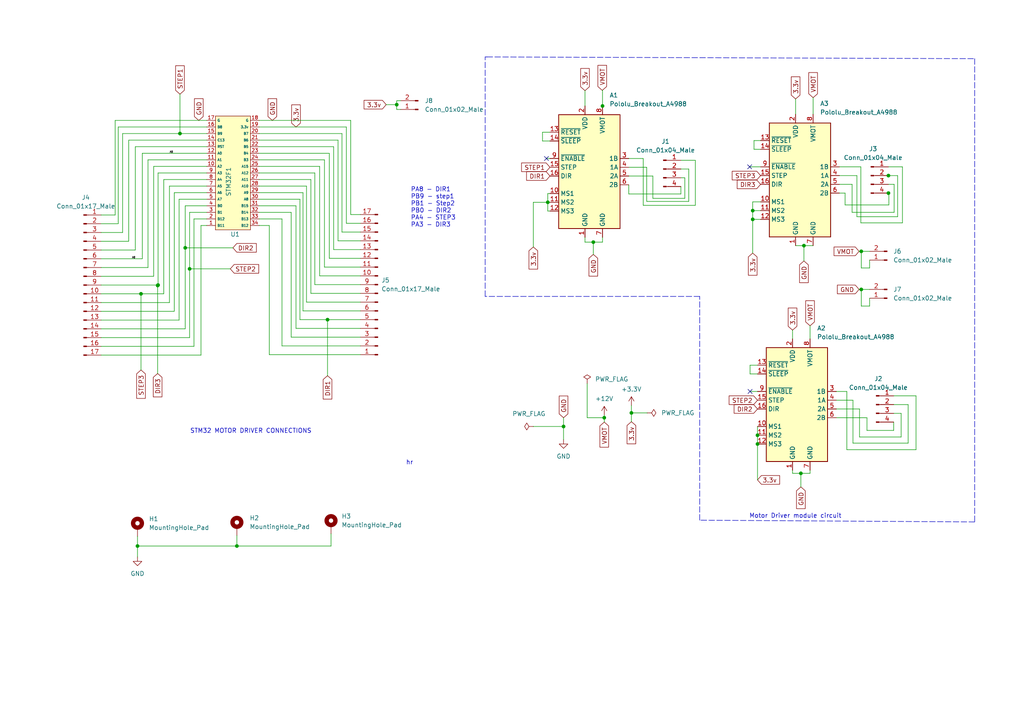
<source format=kicad_sch>
(kicad_sch (version 20211123) (generator eeschema)
  (paper "A4")
  (title_block (title "Arm Robot") (date "2023-11-07") (rev "V1.1") (comment 1 "Designed by Vamsi Krishna"))
  (lib_symbols
    (symbol "Connector:Conn_01x02_Male" (pin_names (offset 1.016) hide)
      (property "Reference" "J" (at 0 2.54 0))
      (property "Value" "Conn_01x02_Male" (at 0 -5.08 0))
      (symbol "Conn_01x02_Male_1_1"
        (polyline (pts (xy 1.27 -2.54) (xy 0.8636 -2.54)) (stroke (width 0.1524)))
        (polyline (pts (xy 1.27 0) (xy 0.8636 0)) (stroke (width 0.1524)))
        (rectangle (start 0.8636 -2.413) (end 0 -2.667) (stroke (width 0.1524)) (fill (type outline)))
        (rectangle (start 0.8636 0.127) (end 0 -0.127) (stroke (width 0.1524)) (fill (type outline)))
        (pin passive line (at 5.08 0 180) (length 3.81) (name "Pin_1") (number "1"))
        (pin passive line (at 5.08 -2.54 180) (length 3.81) (name "Pin_2") (number "2"))
      )
    )
    (symbol "Connector:Conn_01x04_Male" (pin_names (offset 1.016) hide)
      (property "Reference" "J" (at 0 5.08 0))
      (property "Value" "Conn_01x04_Male" (at 0 -7.62 0))
      (symbol "Conn_01x04_Male_1_1"
        (polyline (pts (xy 1.27 -5.08) (xy 0.8636 -5.08)) (stroke (width 0.1524)))
        (polyline (pts (xy 1.27 -2.54) (xy 0.8636 -2.54)) (stroke (width 0.1524)))
        (polyline (pts (xy 1.27 0) (xy 0.8636 0)) (stroke (width 0.1524)))
        (polyline (pts (xy 1.27 2.54) (xy 0.8636 2.54)) (stroke (width 0.1524)))
        (rectangle (start 0.8636 -4.953) (end 0 -5.207) (stroke (width 0.1524)) (fill (type outline)))
        (rectangle (start 0.8636 -2.413) (end 0 -2.667) (stroke (width 0.1524)) (fill (type outline)))
        (rectangle (start 0.8636 0.127) (end 0 -0.127) (stroke (width 0.1524)) (fill (type outline)))
        (rectangle (start 0.8636 2.667) (end 0 2.413) (stroke (width 0.1524)) (fill (type outline)))
        (pin passive line (at 5.08 2.54 180) (length 3.81) (name "Pin_1") (number "1"))
        (pin passive line (at 5.08 0 180) (length 3.81) (name "Pin_2") (number "2"))
        (pin passive line (at 5.08 -2.54 180) (length 3.81) (name "Pin_3") (number "3"))
        (pin passive line (at 5.08 -5.08 180) (length 3.81) (name "Pin_4") (number "4"))
      )
    )
    (symbol "Connector:Conn_01x17_Male" (pin_names (offset 1.016) hide)
      (property "Reference" "J" (at 0 22.86 0))
      (property "Value" "Conn_01x17_Male" (at 0 -22.86 0))
      (symbol "Conn_01x17_Male_1_1"
        (polyline (pts (xy 1.27 -20.32) (xy 0.8636 -20.32)) (stroke (width 0.1524)))
        (polyline (pts (xy 1.27 -17.78) (xy 0.8636 -17.78)) (stroke (width 0.1524)))
        (polyline (pts (xy 1.27 -15.24) (xy 0.8636 -15.24)) (stroke (width 0.1524)))
        (polyline (pts (xy 1.27 -12.7) (xy 0.8636 -12.7)) (stroke (width 0.1524)))
        (polyline (pts (xy 1.27 -10.16) (xy 0.8636 -10.16)) (stroke (width 0.1524)))
        (polyline (pts (xy 1.27 -7.62) (xy 0.8636 -7.62)) (stroke (width 0.1524)))
        (polyline (pts (xy 1.27 -5.08) (xy 0.8636 -5.08)) (stroke (width 0.1524)))
        (polyline (pts (xy 1.27 -2.54) (xy 0.8636 -2.54)) (stroke (width 0.1524)))
        (polyline (pts (xy 1.27 0) (xy 0.8636 0)) (stroke (width 0.1524)))
        (polyline (pts (xy 1.27 2.54) (xy 0.8636 2.54)) (stroke (width 0.1524)))
        (polyline (pts (xy 1.27 5.08) (xy 0.8636 5.08)) (stroke (width 0.1524)))
        (polyline (pts (xy 1.27 7.62) (xy 0.8636 7.62)) (stroke (width 0.1524)))
        (polyline (pts (xy 1.27 10.16) (xy 0.8636 10.16)) (stroke (width 0.1524)))
        (polyline (pts (xy 1.27 12.7) (xy 0.8636 12.7)) (stroke (width 0.1524)))
        (polyline (pts (xy 1.27 15.24) (xy 0.8636 15.24)) (stroke (width 0.1524)))
        (polyline (pts (xy 1.27 17.78) (xy 0.8636 17.78)) (stroke (width 0.1524)))
        (polyline (pts (xy 1.27 20.32) (xy 0.8636 20.32)) (stroke (width 0.1524)))
        (rectangle (start 0.8636 -20.193) (end 0 -20.447) (stroke (width 0.1524)) (fill (type outline)))
        (rectangle (start 0.8636 -17.653) (end 0 -17.907) (stroke (width 0.1524)) (fill (type outline)))
        (rectangle (start 0.8636 -15.113) (end 0 -15.367) (stroke (width 0.1524)) (fill (type outline)))
        (rectangle (start 0.8636 -12.573) (end 0 -12.827) (stroke (width 0.1524)) (fill (type outline)))
        (rectangle (start 0.8636 -10.033) (end 0 -10.287) (stroke (width 0.1524)) (fill (type outline)))
        (rectangle (start 0.8636 -7.493) (end 0 -7.747) (stroke (width 0.1524)) (fill (type outline)))
        (rectangle (start 0.8636 -4.953) (end 0 -5.207) (stroke (width 0.1524)) (fill (type outline)))
        (rectangle (start 0.8636 -2.413) (end 0 -2.667) (stroke (width 0.1524)) (fill (type outline)))
        (rectangle (start 0.8636 0.127) (end 0 -0.127) (stroke (width 0.1524)) (fill (type outline)))
        (rectangle (start 0.8636 2.667) (end 0 2.413) (stroke (width 0.1524)) (fill (type outline)))
        (rectangle (start 0.8636 5.207) (end 0 4.953) (stroke (width 0.1524)) (fill (type outline)))
        (rectangle (start 0.8636 7.747) (end 0 7.493) (stroke (width 0.1524)) (fill (type outline)))
        (rectangle (start 0.8636 10.287) (end 0 10.033) (stroke (width 0.1524)) (fill (type outline)))
        (rectangle (start 0.8636 12.827) (end 0 12.573) (stroke (width 0.1524)) (fill (type outline)))
        (rectangle (start 0.8636 15.367) (end 0 15.113) (stroke (width 0.1524)) (fill (type outline)))
        (rectangle (start 0.8636 17.907) (end 0 17.653) (stroke (width 0.1524)) (fill (type outline)))
        (rectangle (start 0.8636 20.447) (end 0 20.193) (stroke (width 0.1524)) (fill (type outline)))
        (pin passive line (at 5.08 20.32 180) (length 3.81) (name "Pin_1") (number "1"))
        (pin passive line (at 5.08 -2.54 180) (length 3.81) (name "Pin_10") (number "10"))
        (pin passive line (at 5.08 -5.08 180) (length 3.81) (name "Pin_11") (number "11"))
        (pin passive line (at 5.08 -7.62 180) (length 3.81) (name "Pin_12") (number "12"))
        (pin passive line (at 5.08 -10.16 180) (length 3.81) (name "Pin_13") (number "13"))
        (pin passive line (at 5.08 -12.7 180) (length 3.81) (name "Pin_14") (number "14"))
        (pin passive line (at 5.08 -15.24 180) (length 3.81) (name "Pin_15") (number "15"))
        (pin passive line (at 5.08 -17.78 180) (length 3.81) (name "Pin_16") (number "16"))
        (pin passive line (at 5.08 -20.32 180) (length 3.81) (name "Pin_17") (number "17"))
        (pin passive line (at 5.08 17.78 180) (length 3.81) (name "Pin_2") (number "2"))
        (pin passive line (at 5.08 15.24 180) (length 3.81) (name "Pin_3") (number "3"))
        (pin passive line (at 5.08 12.7 180) (length 3.81) (name "Pin_4") (number "4"))
        (pin passive line (at 5.08 10.16 180) (length 3.81) (name "Pin_5") (number "5"))
        (pin passive line (at 5.08 7.62 180) (length 3.81) (name "Pin_6") (number "6"))
        (pin passive line (at 5.08 5.08 180) (length 3.81) (name "Pin_7") (number "7"))
        (pin passive line (at 5.08 2.54 180) (length 3.81) (name "Pin_8") (number "8"))
        (pin passive line (at 5.08 0 180) (length 3.81) (name "Pin_9") (number "9"))
      )
    )
    (symbol "Driver_Motor:Pololu_Breakout_A4988"
      (property "Reference" "A1" (at 7.0994 20.9042 0))
      (property "Value" "Pololu_Breakout_A4988" (at 7.0994 18.3642 0))
      (symbol "Pololu_Breakout_A4988_0_1"
        (rectangle (start 10.16 -17.78) (end -7.62 15.24) (stroke (width 0.254)) (fill (type background)))
      )
      (symbol "Pololu_Breakout_A4988_1_1"
        (pin power_in line (at 0 -20.32 90) (length 2.54) (name "GND") (number "1"))
        (pin input line (at -10.16 -7.62 0) (length 2.54) (name "MS1") (number "10"))
        (pin input line (at -10.16 -10.16 0) (length 2.54) (name "MS2") (number "11"))
        (pin input line (at -10.16 -12.7 0) (length 2.54) (name "MS3") (number "12"))
        (pin bidirectional line (at -10.16 10.16 0) (length 2.54) (name "~{RESET}") (number "13"))
        (pin bidirectional line (at -10.16 7.62 0) (length 2.54) (name "~{SLEEP}") (number "14"))
        (pin input line (at -10.16 0 0) (length 2.54) (name "STEP") (number "15"))
        (pin input line (at -10.16 -2.54 0) (length 2.54) (name "DIR") (number "16"))
        (pin power_in line (at 0 17.78 270) (length 2.54) (name "VDD") (number "2"))
        (pin output line (at 12.7 2.54 180) (length 2.54) (name "1B") (number "3"))
        (pin output line (at 12.7 0 180) (length 2.54) (name "1A") (number "4"))
        (pin output line (at 12.7 -2.54 180) (length 2.54) (name "2A") (number "5"))
        (pin output line (at 12.7 -5.08 180) (length 2.54) (name "2B") (number "6"))
        (pin power_in line (at 5.08 -20.32 90) (length 2.54) (name "GND") (number "7"))
        (pin power_in line (at 5.08 17.78 270) (length 2.54) (name "VMOT") (number "8"))
        (pin input line (at -10.16 2.54 0) (length 2.54) (name "~{ENABLE}") (number "9"))
      )
    )
    (symbol "Mechanical:MountingHole_Pad" (pin_numbers hide) (pin_names (offset 1.016) hide)
      (property "Reference" "H" (at 0 6.35 0))
      (property "Value" "MountingHole_Pad" (at 0 4.445 0))
      (symbol "MountingHole_Pad_0_1"
        (circle (center 0 1.27) (radius 1.27) (stroke (width 1.27)))
      )
      (symbol "MountingHole_Pad_1_1"
        (pin input line (at 0 -2.54 90) (length 2.54) (name "1") (number "1"))
      )
    )
    (symbol "Pololu_Breakout_A4988_1"
      (property "Reference" "A2" (at 7.0994 20.9042 0))
      (property "Value" "Pololu_Breakout_A4988_1" (at 7.0994 18.3642 0))
      (symbol "Pololu_Breakout_A4988_1_0_1"
        (rectangle (start 10.16 -17.78) (end -7.62 15.24) (stroke (width 0.254)) (fill (type background)))
      )
      (symbol "Pololu_Breakout_A4988_1_1_1"
        (pin power_in line (at 0 -20.32 90) (length 2.54) (name "GND") (number "1"))
        (pin input line (at -10.16 -7.62 0) (length 2.54) (name "MS1") (number "10"))
        (pin input line (at -10.16 -10.16 0) (length 2.54) (name "MS2") (number "11"))
        (pin input line (at -10.16 -12.7 0) (length 2.54) (name "MS3") (number "12"))
        (pin bidirectional line (at -10.16 10.16 0) (length 2.54) (name "~{RESET}") (number "13"))
        (pin bidirectional line (at -10.16 7.62 0) (length 2.54) (name "~{SLEEP}") (number "14"))
        (pin input line (at -10.16 0 0) (length 2.54) (name "STEP") (number "15"))
        (pin input line (at -10.16 -2.54 0) (length 2.54) (name "DIR") (number "16"))
        (pin power_in line (at 0 17.78 270) (length 2.54) (name "VDD") (number "2"))
        (pin output line (at 12.7 2.54 180) (length 2.54) (name "1B") (number "3"))
        (pin output line (at 12.7 0 180) (length 2.54) (name "1A") (number "4"))
        (pin output line (at 12.7 -2.54 180) (length 2.54) (name "2A") (number "5"))
        (pin output line (at 12.7 -5.08 180) (length 2.54) (name "2B") (number "6"))
        (pin power_in line (at 5.08 -20.32 90) (length 2.54) (name "GND") (number "7"))
        (pin power_in line (at 5.08 17.78 270) (length 2.54) (name "VMOT") (number "8"))
        (pin input line (at -10.16 2.54 0) (length 2.54) (name "~{ENABLE}") (number "9"))
      )
    )
    (symbol "Pololu_Breakout_A4988_2"
      (property "Reference" "A3" (at 7.0994 20.9042 0))
      (property "Value" "Pololu_Breakout_A4988_2" (at 7.0994 18.3642 0))
      (symbol "Pololu_Breakout_A4988_2_0_1"
        (rectangle (start 10.16 -17.78) (end -7.62 15.24) (stroke (width 0.254)) (fill (type background)))
      )
      (symbol "Pololu_Breakout_A4988_2_1_1"
        (pin power_in line (at 0 -20.32 90) (length 2.54) (name "GND") (number "1"))
        (pin input line (at -10.16 -7.62 0) (length 2.54) (name "MS1") (number "10"))
        (pin input line (at -10.16 -10.16 0) (length 2.54) (name "MS2") (number "11"))
        (pin input line (at -10.16 -12.7 0) (length 2.54) (name "MS3") (number "12"))
        (pin bidirectional line (at -10.16 10.16 0) (length 2.54) (name "~{RESET}") (number "13"))
        (pin bidirectional line (at -10.16 7.62 0) (length 2.54) (name "~{SLEEP}") (number "14"))
        (pin input line (at -10.16 0 0) (length 2.54) (name "STEP") (number "15"))
        (pin input line (at -10.16 -2.54 0) (length 2.54) (name "DIR") (number "16"))
        (pin power_in line (at 0 17.78 270) (length 2.54) (name "VDD") (number "2"))
        (pin output line (at 12.7 2.54 180) (length 2.54) (name "1B") (number "3"))
        (pin output line (at 12.7 0 180) (length 2.54) (name "1A") (number "4"))
        (pin output line (at 12.7 -2.54 180) (length 2.54) (name "2A") (number "5"))
        (pin output line (at 12.7 -5.08 180) (length 2.54) (name "2B") (number "6"))
        (pin power_in line (at 5.08 -20.32 90) (length 2.54) (name "GND") (number "7"))
        (pin power_in line (at 5.08 17.78 270) (length 2.54) (name "VMOT") (number "8"))
        (pin input line (at -10.16 2.54 0) (length 2.54) (name "~{ENABLE}") (number "9"))
      )
    )
    (symbol "Vamsi:STM32F1"
      (property "Reference" "U1" (at -12.7 -0.635 90))
      (property "Value" "STM32F1" (at 2.54 1.27 0))
      (symbol "STM32F1_0_1"
        (rectangle (start -11.43 5.08) (end 21.59 -5.08) (fill (type background)))
      )
      (symbol "STM32F1_1_1"
        (pin bidirectional line (at -10.16 7.62 270) (length 2.54) (name "B11") (number "1"))
        (pin bidirectional line (at 6.985 7.62 270) (length 2.54) (name "A2") (number "10"))
        (pin bidirectional line (at 8.89 7.62 270) (length 2.54) (name "A1") (number "11"))
        (pin bidirectional line (at 10.795 7.62 270) (length 2.54) (name "A0") (number "12"))
        (pin bidirectional line (at 12.7 7.62 270) (length 2.54) (name "RST") (number "13"))
        (pin bidirectional line (at 14.605 7.62 270) (length 2.54) (name "C13") (number "14"))
        (pin bidirectional line (at 16.51 7.62 270) (length 2.54) (name "B9") (number "15"))
        (pin bidirectional line (at 18.415 7.62 270) (length 2.54) (name "B8") (number "16"))
        (pin power_in line (at 20.32 7.62 270) (length 2.54) (name "G") (number "17"))
        (pin power_in line (at 20.32 -7.62 90) (length 2.54) (name "G") (number "18"))
        (pin power_in line (at 18.415 -7.62 90) (length 2.54) (name "3.3v") (number "19"))
        (pin bidirectional line (at -8.255 7.62 270) (length 2.54) (name "B12") (number "2"))
        (pin bidirectional line (at 16.51 -7.62 90) (length 2.54) (name "B7") (number "20"))
        (pin bidirectional line (at 14.605 -7.62 90) (length 2.54) (name "B6") (number "21"))
        (pin bidirectional line (at 12.7 -7.62 90) (length 2.54) (name "B5") (number "22"))
        (pin bidirectional line (at 10.795 -7.62 90) (length 2.54) (name "B4") (number "23"))
        (pin bidirectional line (at 8.89 -7.62 90) (length 2.54) (name "B3") (number "24"))
        (pin bidirectional line (at 6.985 -7.62 90) (length 2.54) (name "A15") (number "25"))
        (pin bidirectional line (at 5.08 -7.62 90) (length 2.54) (name "A12") (number "26"))
        (pin bidirectional line (at 3.175 -7.62 90) (length 2.54) (name "A11") (number "27"))
        (pin bidirectional line (at 1.27 -7.62 90) (length 2.54) (name "A10") (number "28"))
        (pin bidirectional line (at -0.635 -7.62 90) (length 2.54) (name "A9") (number "29"))
        (pin bidirectional line (at -6.35 7.62 270) (length 2.54) (name "B1") (number "3"))
        (pin bidirectional line (at -2.54 -7.62 90) (length 2.54) (name "A8") (number "30"))
        (pin bidirectional line (at -4.445 -7.62 90) (length 2.54) (name "B15") (number "31"))
        (pin bidirectional line (at -6.35 -7.62 90) (length 2.54) (name "B14") (number "32"))
        (pin bidirectional line (at -8.255 -7.62 90) (length 2.54) (name "B13") (number "33"))
        (pin bidirectional line (at -10.16 -7.62 90) (length 2.54) (name "B12") (number "34"))
        (pin bidirectional line (at -4.445 7.62 270) (length 2.54) (name "B0") (number "4"))
        (pin bidirectional line (at -2.54 7.62 270) (length 2.54) (name "A7") (number "5"))
        (pin bidirectional line (at -0.635 7.62 270) (length 2.54) (name "A6") (number "6"))
        (pin bidirectional line (at 1.27 7.62 270) (length 2.54) (name "A5") (number "7"))
        (pin bidirectional line (at 3.175 7.62 270) (length 2.54) (name "A4") (number "8"))
        (pin bidirectional line (at 5.08 7.62 270) (length 2.54) (name "A3") (number "9"))
      )
    )
    (symbol "power:+12V" (power) (pin_names (offset 0))
      (property "Value" "+12V" (at 0 3.556 0))
      (symbol "+12V_0_1"
        (polyline (pts (xy -0.762 1.27) (xy 0 2.54)))
        (polyline (pts (xy 0 0) (xy 0 2.54)))
        (polyline (pts (xy 0 2.54) (xy 0.762 1.27)))
      )
      (symbol "+12V_1_1"
        (pin power_in line (at 0 0 90) (length 0) hide (name "+12V") (number "1"))
      )
    )
    (symbol "power:+3.3V" (power) (pin_names (offset 0))
      (property "Value" "+3.3V" (at 0 3.556 0))
      (symbol "+3.3V_0_1"
        (polyline (pts (xy -0.762 1.27) (xy 0 2.54)))
        (polyline (pts (xy 0 0) (xy 0 2.54)))
        (polyline (pts (xy 0 2.54) (xy 0.762 1.27)))
      )
      (symbol "+3.3V_1_1"
        (pin power_in line (at 0 0 90) (length 0) hide (name "+3.3V") (number "1"))
      )
    )
    (symbol "power:GND" (power) (pin_names (offset 0))
      (property "Value" "GND" (at 0 -3.81 0))
      (symbol "GND_0_1"
        (polyline (pts (xy 0 0) (xy 0 -1.27) (xy 1.27 -1.27) (xy 0 -2.54) (xy -1.27 -1.27) (xy 0 -1.27)))
      )
      (symbol "GND_1_1"
        (pin power_in line (at 0 0 270) (length 0) hide (name "GND") (number "1"))
      )
    )
    (symbol "power:PWR_FLAG" (power) (pin_numbers hide) (pin_names (offset 0) hide)
      (property "Value" "PWR_FLAG" (at 0 3.81 0))
      (symbol "PWR_FLAG_0_0"
        (pin power_out line (at 0 0 90) (length 0) (name "pwr") (number "1"))
      )
      (symbol "PWR_FLAG_0_1"
        (polyline (pts (xy 0 0) (xy 0 1.27) (xy -1.016 1.905) (xy 0 2.54) (xy 1.016 1.905) (xy 0 1.27)))
      )
    )
  )
  (junction (at 53.721 71.882))
  (junction (at 45.72 82.804))
  (junction (at 39.878 158.369))
  (junction (at 219.71 126.238))
  (junction (at 172.085 70.231))
  (junction (at 115.062 30.353))
  (junction (at 174.752 30.734))
  (junction (at 158.877 58.674))
  (junction (at 54.991 77.978))
  (junction (at 218.313 61.087))
  (junction (at 219.71 128.778))
  (junction (at 52.197 38.735))
  (junction (at 94.996 92.71))
  (junction (at 40.894 85.217))
  (junction (at 218.313 63.627))
  (junction (at 257.683 56.007))
  (junction (at 249.809 72.898))
  (junction (at 257.683 50.927))
  (junction (at 249.809 83.947))
  (junction (at 45.847 82.677))
  (junction (at 232.283 137.287))
  (junction (at 183.134 119.761))
  (junction (at 233.172 71.247))
  (junction (at 68.707 158.369))
  (junction (at 175.26 121.158))
  (junction (at 163.449 123.698))
  (no_connect (at 217.551 113.538))
  (no_connect (at 217.424 48.387))
  (no_connect (at 158.496 45.974))
  (wire (pts (xy 59.944 63.5) (xy 56.261 63.5)))
  (wire (pts (xy 249.174 83.947) (xy 249.809 83.947)))
  (wire (pts (xy 263.398 117.348) (xy 263.398 128.524)))
  (wire (pts (xy 197.485 46.482) (xy 201.676 46.482)))
  (wire (pts (xy 75.184 40.64) (xy 98.044 40.64)))
  (wire (pts (xy 183.134 119.761) (xy 183.134 122.301)))
  (wire (pts (xy 75.184 55.88) (xy 87.884 55.88)))
  (wire (pts (xy 75.184 63.5) (xy 81.788 63.5)))
  (wire (pts (xy 29.337 62.357) (xy 33.401 62.357)))
  (wire (pts (xy 112.014 30.353) (xy 115.062 30.353)))
  (polyline (pts (xy 140.716 85.979) (xy 140.716 16.51)))
  (wire (pts (xy 183.134 119.761) (xy 187.706 119.761)))
  (wire (pts (xy 174.6758 26.2128) (xy 174.752 26.1874)))
  (wire (pts (xy 182.372 53.594) (xy 182.372 56.261)))
  (wire (pts (xy 29.337 67.437) (xy 35.56 67.437)))
  (wire (pts (xy 248.539 50.927) (xy 248.539 62.865)))
  (wire (pts (xy 242.57 113.538) (xy 245.618 113.538)))
  (wire (pts (xy 217.551 108.458) (xy 219.71 108.458)))
  (wire (pts (xy 163.449 123.698) (xy 163.449 127.508)))
  (wire (pts (xy 58.293 102.997) (xy 58.293 65.405)))
  (wire (pts (xy 54.991 77.978) (xy 66.802 77.978)))
  (wire (pts (xy 169.672 68.834) (xy 169.672 70.231)))
  (wire (pts (xy 94.107 77.47) (xy 94.107 46.355)))
  (wire (pts (xy 175.26 120.396) (xy 175.26 121.158)))
  (wire (pts (xy 243.459 48.387) (xy 249.682 48.387)))
  (wire (pts (xy 104.521 82.55) (xy 91.313 82.55)))
  (wire (pts (xy 90.17 85.09) (xy 104.521 85.09)))
  (wire (pts (xy 90.17 52.07) (xy 90.17 85.09)))
  (wire (pts (xy 59.944 44.45) (xy 41.275 44.45)))
  (wire (pts (xy 29.337 82.677) (xy 45.847 82.677)))
  (wire (pts (xy 259.207 119.888) (xy 261.366 119.888)))
  (wire (pts (xy 234.95 94.488) (xy 234.95 98.298)))
  (wire (pts (xy 249.174 72.898) (xy 249.809 72.898)))
  (wire (pts (xy 243.459 56.007) (xy 245.11 56.007)))
  (wire (pts (xy 116.205 29.21) (xy 115.062 29.21)))
  (wire (pts (xy 95.504 74.93) (xy 104.521 74.93)))
  (wire (pts (xy 41.275 75.057) (xy 29.337 75.057)))
  (wire (pts (xy 183.134 117.602) (xy 183.134 119.761)))
  (wire (pts (xy 44.577 80.137) (xy 29.337 80.137)))
  (wire (pts (xy 172.085 70.231) (xy 174.752 70.231)))
  (wire (pts (xy 41.275 44.45) (xy 41.275 75.057)))
  (wire (pts (xy 230.759 28.702) (xy 230.759 33.147)))
  (wire (pts (xy 219.71 105.918) (xy 217.551 105.918)))
  (wire (pts (xy 233.172 71.247) (xy 233.172 75.692)))
  (wire (pts (xy 217.551 113.538) (xy 219.71 113.538)))
  (wire (pts (xy 259.207 122.428) (xy 259.207 124.841)))
  (wire (pts (xy 163.449 121.158) (xy 163.449 123.698)))
  (wire (pts (xy 45.72 108.331) (xy 45.72 82.804)))
  (wire (pts (xy 49.149 53.975) (xy 59.944 53.975)))
  (wire (pts (xy 91.313 82.55) (xy 91.313 50.165)))
  (wire (pts (xy 257.81 59.436) (xy 257.81 56.007)))
  (wire (pts (xy 39.243 42.545) (xy 59.944 42.545)))
  (wire (pts (xy 220.599 58.547) (xy 218.313 58.547)))
  (wire (pts (xy 59.944 40.64) (xy 37.338 40.64)))
  (wire (pts (xy 158.496 45.974) (xy 159.512 45.974)))
  (wire (pts (xy 229.87 137.287) (xy 229.87 136.398)))
  (wire (pts (xy 249.301 126.746) (xy 261.366 126.746)))
  (wire (pts (xy 54.991 77.978) (xy 54.991 61.595)))
  (wire (pts (xy 261.747 48.387) (xy 257.683 48.387)))
  (wire (pts (xy 96.774 42.545) (xy 96.774 72.39)))
  (wire (pts (xy 218.313 58.547) (xy 218.313 61.087)))
  (wire (pts (xy 242.57 116.078) (xy 247.396 116.078)))
  (wire (pts (xy 96.774 42.545) (xy 75.184 42.545)))
  (wire (pts (xy 104.521 62.23) (xy 101.727 62.23)))
  (wire (pts (xy 245.11 59.436) (xy 257.81 59.436)))
  (wire (pts (xy 81.788 100.33) (xy 104.521 100.33)))
  (wire (pts (xy 154.686 123.698) (xy 163.449 123.698)))
  (wire (pts (xy 248.539 62.865) (xy 260.35 62.865)))
  (wire (pts (xy 29.337 77.597) (xy 42.926 77.597)))
  (wire (pts (xy 245.618 113.538) (xy 245.618 130.429)))
  (wire (pts (xy 87.884 55.88) (xy 87.884 90.17)))
  (wire (pts (xy 182.372 48.514) (xy 187.579 48.514)))
  (wire (pts (xy 219.71 128.778) (xy 219.71 139.192)))
  (wire (pts (xy 59.944 55.88) (xy 50.546 55.88)))
  (wire (pts (xy 249.301 118.618) (xy 249.301 126.746)))
  (wire (pts (xy 186.563 45.974) (xy 186.563 59.563)))
  (wire (pts (xy 35.56 38.735) (xy 52.197 38.735)))
  (wire (pts (xy 218.313 61.087) (xy 220.599 61.087)))
  (wire (pts (xy 39.878 158.369) (xy 68.707 158.369)))
  (wire (pts (xy 174.752 30.734) (xy 174.752 30.8864)))
  (wire (pts (xy 234.95 136.398) (xy 234.95 137.287)))
  (wire (pts (xy 175.26 121.158) (xy 170.307 121.158)))
  (wire (pts (xy 115.062 31.75) (xy 116.205 31.75)))
  (wire (pts (xy 85.852 59.69) (xy 85.852 95.25)))
  (wire (pts (xy 85.852 95.25) (xy 104.521 95.25)))
  (wire (pts (xy 99.187 38.735) (xy 75.184 38.735)))
  (wire (pts (xy 230.759 71.247) (xy 233.172 71.247)))
  (wire (pts (xy 94.996 92.71) (xy 86.995 92.71)))
  (wire (pts (xy 249.682 64.643) (xy 261.747 64.643)))
  (wire (pts (xy 47.498 52.07) (xy 47.498 85.217)))
  (wire (pts (xy 249.809 77.724) (xy 249.809 72.898)))
  (wire (pts (xy 52.197 27.305) (xy 52.197 38.735)))
  (polyline (pts (xy 202.946 85.979) (xy 140.716 85.979)))
  (wire (pts (xy 247.396 128.524) (xy 263.398 128.524)))
  (wire (pts (xy 158.877 61.214) (xy 159.512 61.214)))
  (wire (pts (xy 40.894 85.217) (xy 47.498 85.217)))
  (wire (pts (xy 257.81 56.007) (xy 257.683 56.007)))
  (wire (pts (xy 157.353 38.354) (xy 157.353 40.894)))
  (wire (pts (xy 158.877 56.134) (xy 158.877 58.674)))
  (wire (pts (xy 94.107 46.355) (xy 75.184 46.355)))
  (wire (pts (xy 261.366 126.746) (xy 261.366 119.888)))
  (wire (pts (xy 199.771 58.42) (xy 199.771 49.022)))
  (wire (pts (xy 37.338 40.64) (xy 37.338 69.977)))
  (wire (pts (xy 94.996 92.71) (xy 94.996 108.966)))
  (wire (pts (xy 68.707 158.369) (xy 96.012 158.369)))
  (wire (pts (xy 54.991 97.917) (xy 54.991 77.978)))
  (wire (pts (xy 201.676 59.563) (xy 201.676 46.482)))
  (wire (pts (xy 34.29 64.897) (xy 29.337 64.897)))
  (wire (pts (xy 104.521 77.47) (xy 94.107 77.47)))
  (wire (pts (xy 100.457 64.77) (xy 104.521 64.77)))
  (wire (pts (xy 75.184 36.83) (xy 100.457 36.83)))
  (wire (pts (xy 245.11 56.007) (xy 245.11 59.436)))
  (wire (pts (xy 92.71 48.26) (xy 75.184 48.26)))
  (wire (pts (xy 68.707 158.369) (xy 68.707 155.321)))
  (wire (pts (xy 172.085 70.231) (xy 172.085 73.787)))
  (wire (pts (xy 92.71 80.01) (xy 104.521 80.01)))
  (wire (pts (xy 39.243 72.517) (xy 39.243 42.545)))
  (wire (pts (xy 59.944 36.83) (xy 34.29 36.83)))
  (wire (pts (xy 29.337 87.757) (xy 49.149 87.757)))
  (wire (pts (xy 37.338 69.977) (xy 29.337 69.977)))
  (wire (pts (xy 81.788 63.5) (xy 81.788 100.33)))
  (wire (pts (xy 158.877 58.674) (xy 159.512 58.674)))
  (wire (pts (xy 218.694 40.767) (xy 218.694 43.307)))
  (wire (pts (xy 98.044 69.85) (xy 104.521 69.85)))
  (wire (pts (xy 33.401 34.925) (xy 59.944 34.925)))
  (polyline (pts (xy 202.946 150.876) (xy 202.946 85.979)))
  (wire (pts (xy 44.577 48.26) (xy 44.577 80.137)))
  (wire (pts (xy 50.546 55.88) (xy 50.546 90.297)))
  (wire (pts (xy 87.884 90.17) (xy 104.521 90.17)))
  (wire (pts (xy 45.72 82.804) (xy 45.847 82.677)))
  (wire (pts (xy 247.396 116.078) (xy 247.396 128.524)))
  (wire (pts (xy 157.353 40.894) (xy 159.512 40.894)))
  (wire (pts (xy 242.57 121.158) (xy 251.46 121.158)))
  (wire (pts (xy 92.71 48.26) (xy 92.71 80.01)))
  (wire (pts (xy 170.307 121.158) (xy 170.307 111.252)))
  (wire (pts (xy 39.878 158.369) (xy 39.878 161.544)))
  (wire (pts (xy 84.455 61.595) (xy 75.184 61.595)))
  (wire (pts (xy 39.878 155.575) (xy 39.878 158.369)))
  (wire (pts (xy 98.044 40.64) (xy 98.044 69.85)))
  (wire (pts (xy 259.207 117.348) (xy 263.398 117.348)))
  (wire (pts (xy 175.26 121.158) (xy 175.26 122.428)))
  (wire (pts (xy 251.46 121.158) (xy 251.46 124.841)))
  (wire (pts (xy 29.337 97.917) (xy 54.991 97.917)))
  (wire (pts (xy 257.429 50.927) (xy 257.683 50.927)))
  (wire (pts (xy 49.149 53.975) (xy 49.149 87.757)))
  (wire (pts (xy 159.512 56.134) (xy 158.877 56.134)))
  (wire (pts (xy 51.943 57.785) (xy 59.944 57.785)))
  (wire (pts (xy 42.926 77.597) (xy 42.926 46.355)))
  (wire (pts (xy 252.222 88.773) (xy 249.809 88.773)))
  (wire (pts (xy 169.672 30.734) (xy 169.672 26.289)))
  (wire (pts (xy 174.752 70.231) (xy 174.752 68.834)))
  (wire (pts (xy 54.991 61.595) (xy 59.944 61.595)))
  (wire (pts (xy 53.721 59.69) (xy 53.721 71.882)))
  (wire (pts (xy 104.521 67.31) (xy 99.187 67.31)))
  (wire (pts (xy 29.337 85.217) (xy 40.894 85.217)))
  (wire (pts (xy 101.727 62.23) (xy 101.727 34.925)))
  (wire (pts (xy 198.628 51.562) (xy 197.485 51.562)))
  (wire (pts (xy 257.683 50.927) (xy 260.35 50.927)))
  (wire (pts (xy 219.71 126.238) (xy 219.71 128.778)))
  (wire (pts (xy 42.926 46.355) (xy 59.944 46.355)))
  (wire (pts (xy 91.313 50.165) (xy 75.184 50.165)))
  (wire (pts (xy 104.521 102.87) (xy 78.105 102.87)))
  (wire (pts (xy 35.56 67.437) (xy 35.56 38.735)))
  (wire (pts (xy 88.9 53.975) (xy 75.184 53.975)))
  (wire (pts (xy 29.337 72.517) (xy 39.243 72.517)))
  (wire (pts (xy 56.261 100.457) (xy 29.337 100.457)))
  (wire (pts (xy 243.459 53.467) (xy 247.142 53.467)))
  (wire (pts (xy 249.809 72.898) (xy 252.222 72.898)))
  (wire (pts (xy 34.29 36.83) (xy 34.29 64.897)))
  (wire (pts (xy 186.563 59.563) (xy 201.676 59.563)))
  (wire (pts (xy 59.944 52.07) (xy 47.498 52.07)))
  (wire (pts (xy 29.337 102.997) (xy 58.293 102.997)))
  (wire (pts (xy 187.579 48.514) (xy 187.579 58.42)))
  (wire (pts (xy 234.95 137.287) (xy 232.283 137.287)))
  (wire (pts (xy 252.222 75.438) (xy 252.222 77.724)))
  (wire (pts (xy 78.105 102.87) (xy 78.105 65.405)))
  (wire (pts (xy 51.943 92.837) (xy 51.943 57.785)))
  (wire (pts (xy 53.721 95.377) (xy 29.337 95.377)))
  (wire (pts (xy 86.995 92.71) (xy 86.995 57.785)))
  (wire (pts (xy 261.747 64.643) (xy 261.747 48.387)))
  (wire (pts (xy 96.012 158.369) (xy 96.012 154.813)))
  (wire (pts (xy 84.455 97.79) (xy 84.455 61.595)))
  (wire (pts (xy 100.457 36.83) (xy 100.457 64.77)))
  (wire (pts (xy 56.261 63.5) (xy 56.261 100.457)))
  (wire (pts (xy 169.672 70.231) (xy 172.085 70.231)))
  (wire (pts (xy 265.684 130.429) (xy 265.684 114.808)))
  (wire (pts (xy 229.87 95.758) (xy 229.87 98.298)))
  (wire (pts (xy 249.809 83.947) (xy 252.222 83.947)))
  (wire (pts (xy 115.062 30.353) (xy 115.062 31.75)))
  (wire (pts (xy 187.579 58.42) (xy 199.771 58.42)))
  (wire (pts (xy 40.894 85.217) (xy 40.894 107.315)))
  (wire (pts (xy 182.372 51.054) (xy 189.357 51.054)))
  (wire (pts (xy 245.618 130.429) (xy 265.684 130.429)))
  (wire (pts (xy 44.577 48.26) (xy 59.944 48.26)))
  (wire (pts (xy 232.283 137.287) (xy 232.283 141.224)))
  (polyline (pts (xy 282.702 151.384) (xy 202.946 150.876)))
  (wire (pts (xy 154.686 58.674) (xy 154.686 71.628)))
  (wire (pts (xy 247.142 53.467) (xy 247.142 61.595)))
  (wire (pts (xy 95.504 44.45) (xy 95.504 74.93)))
  (wire (pts (xy 29.337 90.297) (xy 50.546 90.297)))
  (wire (pts (xy 75.184 52.07) (xy 90.17 52.07)))
  (wire (pts (xy 45.847 82.677) (xy 45.847 50.165)))
  (polyline (pts (xy 140.716 16.51) (xy 141.224 16.51)))
  (wire (pts (xy 189.357 57.531) (xy 198.628 57.531)))
  (wire (pts (xy 198.628 57.531) (xy 198.628 51.562)))
  (polyline (pts (xy 282.702 17.018) (xy 282.702 151.384)))
  (wire (pts (xy 257.683 53.467) (xy 259.334 53.467)))
  (wire (pts (xy 85.852 59.69) (xy 75.184 59.69)))
  (wire (pts (xy 45.847 50.165) (xy 59.944 50.165)))
  (wire (pts (xy 88.9 53.975) (xy 88.9 87.63)))
  (wire (pts (xy 251.46 124.841) (xy 259.207 124.841)))
  (wire (pts (xy 252.222 86.487) (xy 252.222 88.773)))
  (wire (pts (xy 115.062 29.21) (xy 115.062 30.353)))
  (wire (pts (xy 53.721 71.882) (xy 53.721 95.377)))
  (wire (pts (xy 59.944 59.69) (xy 53.721 59.69)))
  (wire (pts (xy 158.877 58.674) (xy 158.877 61.214)))
  (wire (pts (xy 101.727 34.925) (xy 75.184 34.925)))
  (wire (pts (xy 182.372 45.974) (xy 186.563 45.974)))
  (wire (pts (xy 158.877 58.674) (xy 154.686 58.674)))
  (wire (pts (xy 249.682 48.387) (xy 249.682 64.643)))
  (wire (pts (xy 259.334 61.595) (xy 259.334 53.467)))
  (wire (pts (xy 99.187 67.31) (xy 99.187 38.735)))
  (wire (pts (xy 104.521 87.63) (xy 88.9 87.63)))
  (wire (pts (xy 260.35 62.865) (xy 260.35 50.927)))
  (wire (pts (xy 218.313 63.627) (xy 220.599 63.627)))
  (wire (pts (xy 58.293 65.405) (xy 59.944 65.405)))
  (wire (pts (xy 67.564 71.882) (xy 53.721 71.882)))
  (wire (pts (xy 218.694 43.307) (xy 220.599 43.307)))
  (wire (pts (xy 217.551 105.918) (xy 217.551 108.458)))
  (wire (pts (xy 197.485 54.102) (xy 197.485 56.261)))
  (wire (pts (xy 218.313 63.627) (xy 218.313 73.406)))
  (wire (pts (xy 242.57 118.618) (xy 249.301 118.618)))
  (wire (pts (xy 235.839 28.321) (xy 235.839 33.147)))
  (wire (pts (xy 218.313 61.087) (xy 218.313 63.627)))
  (wire (pts (xy 78.105 65.405) (xy 75.184 65.405)))
  (wire (pts (xy 219.71 123.698) (xy 219.71 126.238)))
  (wire (pts (xy 197.485 49.022) (xy 199.771 49.022)))
  (wire (pts (xy 252.222 77.724) (xy 249.809 77.724)))
  (wire (pts (xy 75.184 44.45) (xy 95.504 44.45)))
  (wire (pts (xy 159.512 38.354) (xy 157.353 38.354)))
  (wire (pts (xy 104.521 97.79) (xy 84.455 97.79)))
  (wire (pts (xy 104.521 72.39) (xy 96.774 72.39)))
  (wire (pts (xy 243.459 50.927) (xy 248.539 50.927)))
  (wire (pts (xy 232.283 137.287) (xy 229.87 137.287)))
  (wire (pts (xy 233.172 71.247) (xy 235.839 71.247)))
  (wire (pts (xy 249.809 88.773) (xy 249.809 83.947)))
  (wire (pts (xy 217.424 48.387) (xy 220.599 48.387)))
  (wire (pts (xy 259.207 114.808) (xy 265.684 114.808)))
  (wire (pts (xy 174.752 26.1874) (xy 174.752 30.734)))
  (wire (pts (xy 104.521 92.71) (xy 94.996 92.71)))
  (wire (pts (xy 52.197 38.735) (xy 59.944 38.735)))
  (polyline (pts (xy 141.224 16.51) (xy 282.702 17.018)))
  (wire (pts (xy 86.995 57.785) (xy 75.184 57.785)))
  (wire (pts (xy 197.485 56.261) (xy 182.372 56.261)))
  (wire (pts (xy 29.337 92.837) (xy 51.943 92.837)))
  (wire (pts (xy 247.142 61.595) (xy 259.334 61.595)))
  (wire (pts (xy 33.401 62.357) (xy 33.401 34.925)))
  (wire (pts (xy 189.357 51.054) (xy 189.357 57.531)))
  (wire (pts (xy 220.599 40.767) (xy 218.694 40.767)))
  (text "Motor Driver module circuit" (at 217.297 150.495 0) (effects (font (size 1.27 1.27)) (justify left bottom)))
  (text "hr" (at 117.729 135.001 0) (effects (font (size 1.27 1.27)) (justify left bottom)))
  (text "PA8 - DIR1\nPB9 - step1\nPB1 - Step2\nPB0 - DIR2\nPA4 - STEP3\nPA3 - DIR3" (at 119.126 66.04 0) (effects (font (size 1.27 1.27)) (justify left bottom)))
  (text "STM32 MOTOR DRIVER CONNECTIONS" (at 55.118 125.857 0) (effects (font (size 1.27 1.27)) (justify left bottom)))
  (label "A0" (at 49.149 44.45 0) (effects (font (size 0.508 0.508))))
  (label "A0" (at 38.227 75.057 0) (effects (font (size 0.508 0.508))))
  (global_label "GND" (shape input) (at 163.449 121.158 90) (property "Intersheet References" "${INTERSHEET_REFS}" (effects hide)))
  (global_label "STEP2" (shape input) (at 219.71 116.078 180) (property "Intersheet References" "${INTERSHEET_REFS}" (effects hide)))
  (global_label "GND" (shape input) (at 57.658 34.925 90) (property "Intersheet References" "${INTERSHEET_REFS}" (effects hide)))
  (global_label "3.3v" (shape input) (at 229.87 95.758 90) (property "Intersheet References" "${INTERSHEET_REFS}" (effects hide)))
  (global_label "3.3v" (shape input) (at 183.134 122.301 270) (property "Intersheet References" "${INTERSHEET_REFS}" (effects hide)))
  (global_label "STEP2" (shape input) (at 66.802 77.978 0) (property "Intersheet References" "${INTERSHEET_REFS}" (effects hide)))
  (global_label "3.3v" (shape input) (at 112.014 30.353 180) (property "Intersheet References" "${INTERSHEET_REFS}" (effects hide)))
  (global_label "DIR1" (shape input) (at 159.512 51.054 180) (property "Intersheet References" "${INTERSHEET_REFS}" (effects hide)))
  (global_label "VMOT" (shape input) (at 175.26 122.428 270) (property "Intersheet References" "${INTERSHEET_REFS}" (effects hide)))
  (global_label "3.3v" (shape input) (at 169.672 26.289 90) (property "Intersheet References" "${INTERSHEET_REFS}" (effects hide)))
  (global_label "GND" (shape input) (at 78.994 34.925 90) (property "Intersheet References" "${INTERSHEET_REFS}" (effects hide)))
  (global_label "GND" (shape input) (at 172.085 73.787 270) (property "Intersheet References" "${INTERSHEET_REFS}" (effects hide)))
  (global_label "VMOT" (shape input) (at 249.174 72.898 180) (property "Intersheet References" "${INTERSHEET_REFS}" (effects hide)))
  (global_label "STEP1" (shape input) (at 159.512 48.514 180) (property "Intersheet References" "${INTERSHEET_REFS}" (effects hide)))
  (global_label "DIR2" (shape input) (at 67.564 71.882 0) (property "Intersheet References" "${INTERSHEET_REFS}" (effects hide)))
  (global_label "3.3v" (shape input) (at 218.313 73.406 270) (property "Intersheet References" "${INTERSHEET_REFS}" (effects hide)))
  (global_label "DIR2" (shape input) (at 219.71 118.618 180) (property "Intersheet References" "${INTERSHEET_REFS}" (effects hide)))
  (global_label "STEP3" (shape input) (at 220.599 50.927 180) (property "Intersheet References" "${INTERSHEET_REFS}" (effects hide)))
  (global_label "3.3v" (shape input) (at 154.686 71.628 270) (property "Intersheet References" "${INTERSHEET_REFS}" (effects hide)))
  (global_label "VMOT" (shape input) (at 235.839 28.321 90) (property "Intersheet References" "${INTERSHEET_REFS}" (effects hide)))
  (global_label "DIR3" (shape input) (at 45.72 108.331 270) (property "Intersheet References" "${INTERSHEET_REFS}" (effects hide)))
  (global_label "3.3v" (shape input) (at 85.852 36.83 90) (property "Intersheet References" "${INTERSHEET_REFS}" (effects hide)))
  (global_label "STEP1" (shape input) (at 52.197 27.305 90) (property "Intersheet References" "${INTERSHEET_REFS}" (effects hide)))
  (global_label "GND" (shape input) (at 233.172 75.692 270) (property "Intersheet References" "${INTERSHEET_REFS}" (effects hide)))
  (global_label "GND" (shape input) (at 232.283 141.224 270) (property "Intersheet References" "${INTERSHEET_REFS}" (effects hide)))
  (global_label "STEP3" (shape input) (at 40.894 107.315 270) (property "Intersheet References" "${INTERSHEET_REFS}" (effects hide)))
  (global_label "DIR1" (shape input) (at 94.996 108.966 270) (property "Intersheet References" "${INTERSHEET_REFS}" (effects hide)))
  (global_label "GND" (shape input) (at 249.174 83.947 180) (property "Intersheet References" "${INTERSHEET_REFS}" (effects hide)))
  (global_label "VMOT" (shape input) (at 234.95 94.488 90) (property "Intersheet References" "${INTERSHEET_REFS}" (effects hide)))
  (global_label "VMOT" (shape input) (at 174.6758 26.2128 90) (property "Intersheet References" "${INTERSHEET_REFS}" (effects hide)))
  (global_label "3.3v" (shape input) (at 230.759 28.702 90) (property "Intersheet References" "${INTERSHEET_REFS}" (effects hide)))
  (global_label "3.3v" (shape input) (at 219.71 139.192 0) (property "Intersheet References" "${INTERSHEET_REFS}" (effects hide)))
  (global_label "DIR3" (shape input) (at 220.599 53.467 180) (property "Intersheet References" "${INTERSHEET_REFS}" (effects hide)))
  (symbol (lib_id "Connector:Conn_01x04_Male") (at 254.127 117.348 0) (unit 1)
    (property "Reference" "J2" (at 254.762 109.855 0))
    (property "Value" "Conn_01x04_Male" (at 254.762 112.395 0))
    (property "Footprint" "Connector_PinHeader_2.54mm:PinHeader_1x04_P2.54mm_Vertical" (effects hide))
  )
  (symbol (lib_name "Pololu_Breakout_A4988_2") (lib_id "Driver_Motor:Pololu_Breakout_A4988") (at 230.759 50.927 0) (unit 1)
    (property "Reference" "A3" (at 237.8584 30.0228 0) (effects (justify left)))
    (property "Value" "Pololu_Breakout_A4988" (at 237.8584 32.5628 0) (effects (justify left)))
    (property "Footprint" "Module:Pololu_Breakout-16_15.2x20.3mm" (effects hide))
    (property "Datasheet" "https://www.pololu.com/product/2980/pictures" (effects hide))
  )
  (symbol (lib_id "Connector:Conn_01x17_Male") (at 24.257 82.677 0) (unit 1)
    (property "Reference" "J4" (at 24.892 57.277 0))
    (property "Value" "Conn_01x17_Male" (at 24.892 59.817 0))
    (property "Footprint" "Connector_PinHeader_2.54mm:PinHeader_1x17_P2.54mm_Vertical" (effects hide))
  )
  (symbol (lib_id "Connector:Conn_01x02_Male") (at 257.302 75.438 180) (unit 1)
    (property "Reference" "J6" (at 259.08 72.8979 0) (effects (justify right)))
    (property "Value" "Conn_01x02_Male" (at 259.08 75.4379 0) (effects (justify right)))
    (property "Footprint" "Connector_PinHeader_2.54mm:PinHeader_1x02_P2.54mm_Vertical" (effects hide))
  )
  (symbol (lib_id "power:GND") (at 163.449 127.508 0) (unit 1)
    (property "Reference" "#PWR01" (effects hide))
    (property "Value" "GND" (at 163.449 132.3594 0))
  )
  (symbol (lib_id "power:PWR_FLAG") (at 187.706 119.761 270) (unit 1)
    (property "Reference" "#FLG0102" (effects hide))
    (property "Value" "PWR_FLAG" (at 191.77 119.7609 90) (effects (justify left)))
  )
  (symbol (lib_id "power:+12V") (at 175.26 120.396 0) (unit 1)
    (property "Reference" "#VMOT0101" (effects hide))
    (property "Value" "+12V" (at 175.26 115.6462 0))
  )
  (symbol (lib_name "Pololu_Breakout_A4988_1") (lib_id "Driver_Motor:Pololu_Breakout_A4988") (at 229.87 116.078 0) (unit 1)
    (property "Reference" "A2" (at 236.9694 95.1738 0) (effects (justify left)))
    (property "Value" "Pololu_Breakout_A4988" (at 236.9694 97.7138 0) (effects (justify left)))
    (property "Footprint" "Module:Pololu_Breakout-16_15.2x20.3mm" (effects hide))
    (property "Datasheet" "https://www.pololu.com/product/2980/pictures" (effects hide))
  )
  (symbol (lib_id "Mechanical:MountingHole_Pad") (at 96.012 152.273 0) (unit 1)
    (property "Reference" "H3" (at 99.06 149.7329 0) (effects (justify left)))
    (property "Value" "MountingHole_Pad" (at 99.06 152.2729 0) (effects (justify left)))
    (property "Footprint" "MountingHole:MountingHole_3.2mm_M3_Pad_Via" (effects hide))
  )
  (symbol (lib_id "Driver_Motor:Pololu_Breakout_A4988") (at 169.672 48.514 0) (unit 1)
    (property "Reference" "A1" (at 176.7714 27.6098 0) (effects (justify left)))
    (property "Value" "Pololu_Breakout_A4988" (at 176.7714 30.1498 0) (effects (justify left)))
    (property "Footprint" "Module:Pololu_Breakout-16_15.2x20.3mm" (effects hide))
    (property "Datasheet" "https://www.pololu.com/product/2980/pictures" (effects hide))
  )
  (symbol (lib_id "power:PWR_FLAG") (at 170.307 111.252 0) (unit 1)
    (property "Reference" "#FLG0103" (effects hide))
    (property "Value" "PWR_FLAG" (at 172.593 109.9819 0) (effects (justify left)))
  )
  (symbol (lib_id "Mechanical:MountingHole_Pad") (at 39.878 153.035 0) (unit 1)
    (property "Reference" "H1" (at 43.18 150.4949 0) (effects (justify left)))
    (property "Value" "MountingHole_Pad" (at 43.18 153.0349 0) (effects (justify left)))
    (property "Footprint" "MountingHole:MountingHole_3.2mm_M3_Pad_Via" (effects hide))
  )
  (symbol (lib_id "power:PWR_FLAG") (at 154.686 123.698 90) (unit 1)
    (property "Reference" "#FLG0101" (effects hide))
    (property "Value" "PWR_FLAG" (at 153.416 120.015 90))
  )
  (symbol (lib_id "Connector:Conn_01x04_Male") (at 252.603 50.927 0) (unit 1)
    (property "Reference" "J3" (at 253.238 43.18 0))
    (property "Value" "Conn_01x04_Male" (at 253.238 45.72 0))
    (property "Footprint" "Connector_PinHeader_2.54mm:PinHeader_1x04_P2.54mm_Vertical" (effects hide))
  )
  (symbol (lib_id "Connector:Conn_01x04_Male") (at 192.405 49.022 0) (unit 1)
    (property "Reference" "J1" (at 193.04 41.021 0))
    (property "Value" "Conn_01x04_Male" (at 193.04 43.561 0))
    (property "Footprint" "Connector_PinHeader_2.54mm:PinHeader_1x04_P2.54mm_Vertical" (effects hide))
  )
  (symbol (lib_id "power:GND") (at 39.878 161.544 0) (unit 1)
    (property "Reference" "#PWR?" (effects hide))
    (property "Value" "GND" (at 39.878 166.37 0))
  )
  (symbol (lib_id "power:+3.3V") (at 183.134 117.602 0) (unit 1)
    (property "Reference" "#PWR0101" (effects hide))
    (property "Value" "+3.3V" (at 183.134 112.903 0))
  )
  (symbol (lib_id "Vamsi:STM32F1") (at 67.564 55.245 90) (unit 1)
    (property "Reference" "U1" (at 68.199 67.945 90))
    (property "Value" "STM32F1" (at 66.294 52.705 0))
    (property "Footprint" "Vamsi:STM32F1" (effects hide))
  )
  (symbol (lib_id "Connector:Conn_01x02_Male") (at 121.285 31.75 180) (unit 1)
    (property "Reference" "J8" (at 123.19 29.2099 0) (effects (justify right)))
    (property "Value" "Conn_01x02_Male" (at 123.19 31.7499 0) (effects (justify right)))
    (property "Footprint" "Connector_PinHeader_2.54mm:PinHeader_1x02_P2.54mm_Vertical" (effects hide))
  )
  (symbol (lib_id "Connector:Conn_01x17_Male") (at 109.601 82.55 180) (unit 1)
    (property "Reference" "J5" (at 110.617 81.2799 0) (effects (justify right)))
    (property "Value" "Conn_01x17_Male" (at 110.617 83.8199 0) (effects (justify right)))
    (property "Footprint" "Connector_PinHeader_2.54mm:PinHeader_1x17_P2.54mm_Vertical" (effects hide))
  )
  (symbol (lib_id "Connector:Conn_01x02_Male") (at 257.302 86.487 180) (unit 1)
    (property "Reference" "J7" (at 259.08 83.9469 0) (effects (justify right)))
    (property "Value" "Conn_01x02_Male" (at 259.08 86.4869 0) (effects (justify right)))
    (property "Footprint" "Connector_PinHeader_2.54mm:PinHeader_1x02_P2.54mm_Vertical" (effects hide))
  )
  (symbol (lib_id "Mechanical:MountingHole_Pad") (at 68.707 152.781 0) (unit 1)
    (property "Reference" "H2" (at 72.39 150.2409 0) (effects (justify left)))
    (property "Value" "MountingHole_Pad" (at 72.39 152.7809 0) (effects (justify left)))
    (property "Footprint" "MountingHole:MountingHole_3.2mm_M3_Pad_Via" (effects hide))
  )
)
</source>
